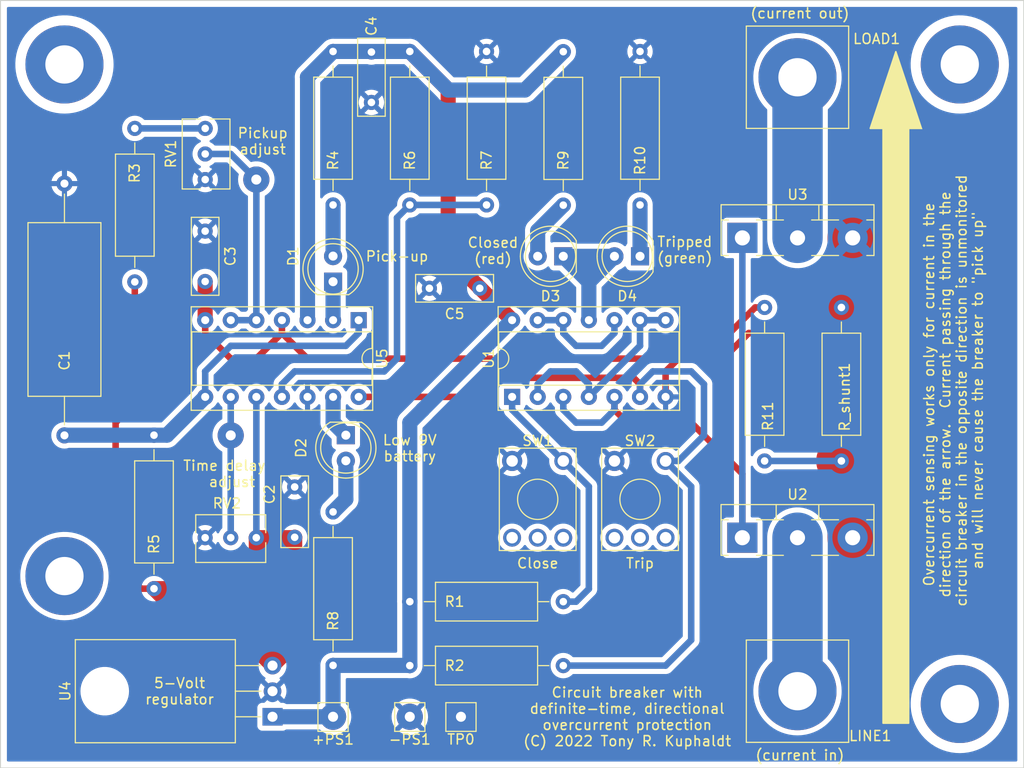
<source format=kicad_pcb>
(kicad_pcb (version 20221018) (generator pcbnew)

  (general
    (thickness 1.6)
  )

  (paper "A4")
  (layers
    (0 "F.Cu" signal)
    (31 "B.Cu" signal)
    (32 "B.Adhes" user "B.Adhesive")
    (33 "F.Adhes" user "F.Adhesive")
    (34 "B.Paste" user)
    (35 "F.Paste" user)
    (36 "B.SilkS" user "B.Silkscreen")
    (37 "F.SilkS" user "F.Silkscreen")
    (38 "B.Mask" user)
    (39 "F.Mask" user)
    (40 "Dwgs.User" user "User.Drawings")
    (41 "Cmts.User" user "User.Comments")
    (42 "Eco1.User" user "User.Eco1")
    (43 "Eco2.User" user "User.Eco2")
    (44 "Edge.Cuts" user)
    (45 "Margin" user)
    (46 "B.CrtYd" user "B.Courtyard")
    (47 "F.CrtYd" user "F.Courtyard")
    (48 "B.Fab" user)
    (49 "F.Fab" user)
    (50 "User.1" user)
    (51 "User.2" user)
    (52 "User.3" user)
    (53 "User.4" user)
    (54 "User.5" user)
    (55 "User.6" user)
    (56 "User.7" user)
    (57 "User.8" user)
    (58 "User.9" user)
  )

  (setup
    (stackup
      (layer "F.SilkS" (type "Top Silk Screen"))
      (layer "F.Paste" (type "Top Solder Paste"))
      (layer "F.Mask" (type "Top Solder Mask") (thickness 0.01))
      (layer "F.Cu" (type "copper") (thickness 0.035))
      (layer "dielectric 1" (type "core") (thickness 1.51) (material "FR4") (epsilon_r 4.5) (loss_tangent 0.02))
      (layer "B.Cu" (type "copper") (thickness 0.035))
      (layer "B.Mask" (type "Bottom Solder Mask") (thickness 0.01))
      (layer "B.Paste" (type "Bottom Solder Paste"))
      (layer "B.SilkS" (type "Bottom Silk Screen"))
      (copper_finish "None")
      (dielectric_constraints no)
    )
    (pad_to_mask_clearance 0)
    (aux_axis_origin 102.87 103.94)
    (pcbplotparams
      (layerselection 0x00010fc_ffffffff)
      (plot_on_all_layers_selection 0x0000000_00000000)
      (disableapertmacros false)
      (usegerberextensions true)
      (usegerberattributes false)
      (usegerberadvancedattributes false)
      (creategerberjobfile false)
      (dashed_line_dash_ratio 12.000000)
      (dashed_line_gap_ratio 3.000000)
      (svgprecision 6)
      (plotframeref false)
      (viasonmask false)
      (mode 1)
      (useauxorigin false)
      (hpglpennumber 1)
      (hpglpenspeed 20)
      (hpglpendiameter 15.000000)
      (dxfpolygonmode true)
      (dxfimperialunits true)
      (dxfusepcbnewfont true)
      (psnegative false)
      (psa4output false)
      (plotreference true)
      (plotvalue false)
      (plotinvisibletext false)
      (sketchpadsonfab false)
      (subtractmaskfromsilk true)
      (outputformat 1)
      (mirror false)
      (drillshape 0)
      (scaleselection 1)
      (outputdirectory "Fab_output_files/")
    )
  )

  (net 0 "")
  (net 1 "Net-(C1-Pad1)")
  (net 2 "GND")
  (net 3 "+5V")
  (net 4 "Net-(D1-Pad1)")
  (net 5 "Net-(D1-Pad2)")
  (net 6 "Net-(D2-Pad1)")
  (net 7 "Net-(D2-Pad2)")
  (net 8 "Net-(D3-Pad1)")
  (net 9 "Net-(D3-Pad2)")
  (net 10 "Net-(D4-Pad1)")
  (net 11 "+9V")
  (net 12 "Net-(R1-Pad2)")
  (net 13 "TRIP")
  (net 14 "Net-(R3-Pad2)")
  (net 15 "Net-(R6-Pad2)")
  (net 16 "SENSE")
  (net 17 "Net-(C3-Pad2)")
  (net 18 "Net-(RV1-Pad2)")
  (net 19 "Net-(RV2-Pad2)")
  (net 20 "Net-(U1-Pad2)")
  (net 21 "Net-(U1-Pad3)")
  (net 22 "Net-(U1-Pad10)")
  (net 23 "LINE")
  (net 24 "LOAD")

  (footprint (layer "F.Cu") (at 121.92 78.74))

  (footprint "Resistor_THT:R_Axial_DIN0411_L9.9mm_D3.6mm_P15.24mm_Horizontal" (layer "F.Cu") (at 172.39 106.68 90))

  (footprint "Package_TO_SOT_THT:TO-218-3_Vertical" (layer "F.Cu") (at 170.18 114.3))

  (footprint (layer "F.Cu") (at 102.87 118.11))

  (footprint "Resistor_THT:R_Axial_DIN0411_L9.9mm_D3.6mm_P15.24mm_Horizontal" (layer "F.Cu") (at 111.76 119.36 90))

  (footprint "Connector_Pin:Pin_D1.4mm_L8.5mm_W2.8mm_FlatFork" (layer "F.Cu") (at 175.655 129.54))

  (footprint "Button_Switch_THT:KSA_Tactile_SPST" (layer "F.Cu") (at 157.48 106.68))

  (footprint "Resistor_THT:R_Axial_DIN0411_L9.9mm_D3.6mm_P15.24mm_Horizontal" (layer "F.Cu") (at 137.16 120.65))

  (footprint (layer "F.Cu") (at 102.87 67.31))

  (footprint "Connector_Pin:Pin_D1.4mm_L8.5mm_W2.8mm_FlatFork" (layer "F.Cu") (at 137.16 132.08))

  (footprint "Connector_Pin:Pin_D1.4mm_L8.5mm_W2.8mm_FlatFork" (layer "F.Cu") (at 175.655 68.58))

  (footprint "Resistor_THT:R_Axial_DIN0411_L9.9mm_D3.6mm_P15.24mm_Horizontal" (layer "F.Cu") (at 129.54 66.02 -90))

  (footprint "Capacitor_THT:C_Disc_D7.5mm_W2.5mm_P5.00mm" (layer "F.Cu") (at 139.105 89.535))

  (footprint "LED_THT:LED_D5.0mm_IRGrey" (layer "F.Cu") (at 152.4 86.36 180))

  (footprint "Potentiometer_THT:Potentiometer_Bourns_3266Y_Vertical" (layer "F.Cu") (at 116.845 73.66 90))

  (footprint "Resistor_THT:R_Axial_DIN0411_L9.9mm_D3.6mm_P15.24mm_Horizontal" (layer "F.Cu") (at 180.015 106.68 90))

  (footprint "Resistor_THT:R_Axial_DIN0411_L9.9mm_D3.6mm_P15.24mm_Horizontal" (layer "F.Cu") (at 137.16 127))

  (footprint "Resistor_THT:R_Axial_DIN0411_L9.9mm_D3.6mm_P15.24mm_Horizontal" (layer "F.Cu") (at 160.02 81.26 90))

  (footprint "Potentiometer_THT:Potentiometer_Bourns_3266Y_Vertical" (layer "F.Cu") (at 121.92 114.3))

  (footprint "Connector_Pin:Pin_D1.4mm_L8.5mm_W2.8mm_FlatFork" (layer "F.Cu") (at 142.24 132.08))

  (footprint (layer "F.Cu") (at 191.77 130.81))

  (footprint "Resistor_THT:R_Axial_DIN0411_L9.9mm_D3.6mm_P15.24mm_Horizontal" (layer "F.Cu") (at 144.78 81.26 90))

  (footprint "LED_THT:LED_D5.0mm_IRGrey" (layer "F.Cu") (at 129.54 88.88 90))

  (footprint "LED_THT:LED_D5.0mm_IRGrey" (layer "F.Cu") (at 160.02 86.36 180))

  (footprint "Resistor_THT:R_Axial_DIN0411_L9.9mm_D3.6mm_P15.24mm_Horizontal" (layer "F.Cu") (at 137.16 66.02 -90))

  (footprint "Resistor_THT:R_Axial_DIN0411_L9.9mm_D3.6mm_P15.24mm_Horizontal" (layer "F.Cu") (at 109.855 88.9 90))

  (footprint "MountingHole:MountingHole_3.7mm_Pad" (layer "F.Cu") (at 191.77 67.31))

  (footprint "Capacitor_THT:C_Disc_D7.5mm_W2.5mm_P5.00mm" (layer "F.Cu") (at 125.73 114.26 90))

  (footprint (layer "F.Cu") (at 119.38 104.14))

  (footprint "Button_Switch_THT:KSA_Tactile_SPST" (layer "F.Cu") (at 147.32 106.68))

  (footprint "Capacitor_THT:C_Axial_L17.0mm_D7.0mm_P25.00mm_Horizontal" (layer "F.Cu") (at 102.87 104.14 90))

  (footprint "Connector_Pin:Pin_D1.4mm_L8.5mm_W2.8mm_FlatFork" (layer "F.Cu") (at 129.54 132.08))

  (footprint "Package_DIP:DIP-14_W7.62mm_Socket" (layer "F.Cu") (at 147.32 100.32 90))

  (footprint "Package_TO_SOT_THT:TO-220-3_Horizontal_TabDown" (layer "F.Cu") (at 123.53 132.08 90))

  (footprint "Resistor_THT:R_Axial_DIN0411_L9.9mm_D3.6mm_P15.24mm_Horizontal" (layer "F.Cu") (at 129.54 126.98 90))

  (footprint "Resistor_THT:R_Axial_DIN0411_L9.9mm_D3.6mm_P15.24mm_Horizontal" (layer "F.Cu") (at 152.4 66.04 -90))

  (footprint "Package_TO_SOT_THT:TO-218-3_Vertical" (layer "F.Cu") (at 170.185 84.53))

  (footprint "LED_THT:LED_D5.0mm_IRGrey" (layer "F.Cu") (at 130.81 104.12 -90))

  (footprint "Capacitor_THT:C_Disc_D7.5mm_W2.5mm_P5.00mm" (layer "F.Cu") (at 116.84 83.86 -90))

  (footprint "Capacitor_THT:C_Disc_D7.5mm_W2.5mm_P5.00mm" (layer "F.Cu") (at 133.35 71.08 90))

  (footprint "Package_DIP:DIP-14_W7.62mm_Socket" (layer "F.Cu") (at 132.085 92.7 -90))

  (gr_rect (start 166.37 128.905) (end 166.37 128.905)
    (stroke (width 0.15) (type solid)) (fill none) (layer "F.SilkS") (tstamp 40301808-2df2-4ad9-a077-57d0b4fecd4c))
  (gr_poly
    (pts
      (xy 187.96 73.66)
      (xy 182.88 73.66)
      (xy 185.42 66.04)
    )

    (stroke (width 0.15) (type solid)) (fill solid) (layer "F.SilkS") (tstamp 4f87ea1a-083b-4d6a-9d41-fc124a20e4f0))
  (gr_rect (start 184.15 73.66) (end 186.69 73.66)
    (stroke (width 0.15) (type solid)) (fill none) (layer "F.SilkS") (tstamp 51e8f46e-627e-4d20-b8c9-0234ad3aa27a))
  (gr_rect (start 184.15 73.025) (end 186.69 132.715)
    (stroke (width 0.15) (type solid)) (fill solid) (layer "F.SilkS") (tstamp 73eec62d-c173-460e-b951-fed163b6cef2))
  (gr_rect (start 166.37 124.46) (end 166.37 124.46)
    (stroke (width 0.15) (type solid)) (fill none) (layer "F.SilkS") (tstamp b1892de2-34c0-4b27-9128-28c1cdc32b57))
  (gr_rect (start 96.52 60.96) (end 198.12 137.16)
    (stroke (width 0.1) (type solid)) (fill none) (layer "Edge.Cuts") (tstamp d359b6f3-acd8-4df4-b4c7-0e2342c73275))
  (gr_text "Low 9V\nbattery" (at 137.16 105.41) (layer "F.SilkS") (tstamp 0079ec65-2f46-4a7c-9010-de824f82a404)
    (effects (font (size 1 1) (thickness 0.15)))
  )
  (gr_text "Time delay\n  adjust" (at 118.745 107.95) (layer "F.SilkS") (tstamp 10a74efe-ff33-49de-a4eb-1b8f85700dca)
    (effects (font (size 1 1) (thickness 0.15)))
  )
  (gr_text "Close" (at 149.86 116.84) (layer "F.SilkS") (tstamp 1ca0f512-b0c3-4ddd-9906-060f102516d3)
    (effects (font (size 1 1) (thickness 0.15)))
  )
  (gr_text "Closed\n(red)" (at 145.415 85.805) (layer "F.SilkS") (tstamp 40984ff7-1bc7-43d4-89db-c4c2932fc739)
    (effects (font (size 1 1) (thickness 0.15)))
  )
  (gr_text "Circuit breaker with\ndefinite-time, directional\novercurrent protection\n(C) 2022 Tony R. Kuphaldt" (at 158.75 132.08) (layer "F.SilkS") (tstamp 5d534866-2834-4e01-8c65-f0a4fb37f3fe)
    (effects (font (size 1 1) (thickness 0.15)))
  )
  (gr_text "(current out)" (at 175.895 62.23) (layer "F.SilkS") (tstamp 6e266ef9-161e-4f19-8392-8a7b1ceae1ca)
    (effects (font (size 1 1) (thickness 0.15)))
  )
  (gr_text "Overcurrent sensing works only for current in the \ndirection of the arrow.  Current passing through the \ncircuit breaker in the opposite direction is unmonitored\nand will never cause the breaker to {dblquote}pick up{dblquote}" (at 191.135 99.695 90) (layer "F.SilkS") (tstamp 713b9810-d224-48e9-a55c-fb1a81eafa63)
    (effects (font (size 1 1) (thickness 0.15)))
  )
  (gr_text "(current in)" (at 175.895 135.89) (layer "F.SilkS") (tstamp 77094dba-2046-48c3-b152-fc69d184561e)
    (effects (font (size 1 1) (thickness 0.15)))
  )
  (gr_text "Trip" (at 160.02 116.84) (layer "F.SilkS") (tstamp 77efb91b-722c-4422-8870-7c7cfd5ef9bc)
    (effects (font (size 1 1) (thickness 0.15)))
  )
  (gr_text "5-Volt\nregulator" (at 114.3 129.54) (layer "F.SilkS") (tstamp 91bec2f9-6cdf-418f-8ebc-bc4e85917885)
    (effects (font (size 1 1) (thickness 0.15)))
  )
  (gr_text "Tripped\n(green)" (at 164.465 85.725) (layer "F.SilkS") (tstamp 99eab661-d2a1-4653-9f7f-d2be806708e1)
    (effects (font (size 1 1) (thickness 0.15)))
  )
  (gr_text "Pickup\nadjust" (at 122.555 74.93) (layer "F.SilkS") (tstamp db9e4976-cae3-45f4-8827-23e8483cd4d1)
    (effects (font (size 1 1) (thickness 0.15)))
  )
  (gr_text "Pick-up" (at 135.89 86.36) (layer "F.SilkS") (tstamp f2c4d3ee-dc13-42ba-a08a-5c31ab00415b)
    (effects (font (size 1 1) (thickness 0.15)))
  )

  (segment (start 116.845 97.795) (end 116.845 100.32) (width 0.65) (layer "B.Cu") (net 1) (tstamp 1ff68f02-4a2d-4874-abf1-53e546ef0bb7))
  (segment (start 132.085 93.975) (end 130.81 95.25) (width 0.65) (layer "B.Cu") (net 1) (tstamp 2c99443e-7f8c-40da-9d66-291a9b0d87d0))
  (segment (start 113.045 104.12) (end 116.845 100.32) (width 1.5) (layer "B.Cu") (net 1) (tstamp 4703ac12-4a1a-4b48-93d7-710c59da3233))
  (segment (start 111.76 104.12) (end 113.045 104.12) (width 1.5) (layer "B.Cu") (net 1) (tstamp 564312ea-09d3-4e18-8f8f-66c1e82e4d56))
  (segment (start 132.085 92.7) (end 132.085 93.975) (width 0.65) (layer "B.Cu") (net 1) (tstamp 8170a7b1-b298-44da-8363-b2ecbf18d2e6))
  (segment (start 102.89 104.12) (end 102.87 104.14) (width 1.5) (layer "B.Cu") (net 1) (tstamp ac7a9753-92bf-4a22-927f-96377e249e86))
  (segment (start 130.81 95.25) (end 119.38 95.25) (width 0.65) (layer "B.Cu") (net 1) (tstamp b31ccf3c-7792-4297-b101-4c2367bb3600))
  (segment (start 119.38 95.25) (end 116.84 97.79) (width 0.65) (layer "B.Cu") (net 1) (tstamp d2df7046-3cc7-4ce0-be76-ece082c13631))
  (segment (start 111.76 104.12) (end 102.89 104.12) (width 1.5) (layer "B.Cu") (net 1) (tstamp d7d96b8d-4f63-42a4-8bc4-0961427b9e8d))
  (segment (start 116.84 97.79) (end 116.845 97.795) (width 0.65) (layer "B.Cu") (net 1) (tstamp f9dfa4b8-da15-48f9-a905-fb50aaaac8f8))
  (segment (start 181.135 90.32) (end 180.015 91.44) (width 5) (layer "F.Cu") (net 2) (tstamp 04ab9a54-c3f9-4feb-a252-ae1bd8dc7c56))
  (segment (start 162.56 97.79) (end 163.83 96.52) (width 0.65) (layer "F.Cu") (net 2) (tstamp 081ca9e6-044f-4b01-81af-8c9d35efb310))
  (segment (start 163.83 96.52) (end 168.275 96.52) (width 0.65) (layer "F.Cu") (net 2) (tstamp 170b3619-5370-48dd-9fa2-544cb3b4dac7))
  (segment (start 177.475 93.98) (end 180.015 91.44) (width 0.65) (layer "F.Cu") (net 2) (tstamp 1917c655-0ebf-4b69-8828-2b36485619e5))
  (segment (start 168.275 96.52) (end 170.815 93.98) (width 0.65) (layer "F.Cu") (net 2) (tstamp 979b09d6-5853-44f6-8049-72f4d698e083))
  (segment (start 181.135 84.53) (end 181.135 90.32) (width 5) (layer "F.Cu") (net 2) (tstamp a5cdb9e9-68ff-402a-95df-b62082e66d9e))
  (segment (start 170.815 93.98) (end 177.475 93.98) (width 0.65) (layer "F.Cu") (net 2) (tstamp a887bbd1-c3d4-4083-b39a-6073409caf57))
  (segment (start 162.56 100.32) (end 162.56 97.79) (width 0.65) (layer "F.Cu") (net 2) (tstamp dd5d8bfd-1982-4329-9c63-881936c50a21))
  (segment (start 123.53 129.88) (end 123.53 129.54) (width 1.5) (layer "B.Cu") (net 2) (tstamp b5cd303e-4f3f-4787-bf4c-7ce399f10317))
  (segment (start 107.95 116.84) (end 107.95 102.87) (width 0.65) (layer "F.Cu") (net 3) (tstamp 0135dba8-9562-41f9-8480-b2f6ea1e5343))
  (segment (start 121.92 120.65) (end 121.92 118.745) (width 1.5) (layer "F.Cu") (net 3) (tstamp 0a673bd1-ce89-4047-9ab7-9dcffe936bc8))
  (segment (start 121.92 114.3) (end 124.46 114.3) (width 1.5) (layer "F.Cu") (net 3) (tstamp 0d66165c-dd61-425d-a961-d6b72fb74d65))
  (segment (start 125.73 124.8) (end 125.73 114.26) (width 1.5) (layer "F.Cu") (net 3) (tstamp 11360296-2c39-43e9-9216-bc21935a020a))
  (segment (start 109.855 88.9) (end 109.855 100.965) (width 0.65) (layer "F.Cu") (net 3) (tstamp 1870e218-c9ac-450a-b673-8a4e56719eb0))
  (segment (start 124.46 124.46) (end 124.46 114.3) (width 1.5) (layer "F.Cu") (net 3) (tstamp 1a07ee05-2573-47ff-ab39-d824e6c83dce))
  (segment (start 123.53 127) (end 123.53 115.91) (width 1.5) (layer "F.Cu") (net 3) (tstamp 1b1c3d8f-a9e9-4192-8865-fad366fba93c))
  (segment (start 118.725 119.36) (end 111.76 119.36) (width 1.5) (layer "F.Cu") (net 3) (tstamp 1b582f37-8b4e-4bdc-bec6-5b472bd59179))
  (segment (start 118.745 119.38) (end 118.725 119.36) (width 1.5) (layer "F.Cu") (net 3) (tstamp 2095b6f9-9302-43ad-9c15-f9deb365e70d))
  (segment (start 113.04 120.64) (end 113.05 120.65) (width 1.5) (layer "F.Cu") (net 3) (tstamp 294602be-24d0-49d2-ba03-ff98370a3cd7))
  (segment (start 113.05 120.65) (end 118.79 120.65) (width 1.5) (layer "F.Cu") (net 3) (tstamp 2a1772dd-2f22-4eda-ac18-942f37d18c30))
  (segment (start 125.69 114.3) (end 125.73 114.26) (width 1.5) (layer "F.Cu") (net 3) (tstamp 2ae80c6f-27b6-4838-aa66-513567e73168))
  (segment (start 123.53 125.39) (end 124.46 124.46) (width 1.5) (layer "F.Cu") (net 3) (tstamp 2e49424c-53f2-44cd-bf59-3fa378d3561c))
  (segment (start 110.47 119.36) (end 107.95 116.84) (width 0.65) (layer "F.Cu") (net 3) (tstamp 3496aa33-1b4b-478e-a278-0214a848ae88))
  (segment (start 114.32 121.92) (end 113.04 120.64) (width 1.5) (layer "F.Cu") (net 3) (tstamp 436b7e29-0b88-4220-ae62-47a98d3cc3be))
  (segment (start 123.53 115.91) (end 121.92 114.3) (width 1.5) (layer "F.Cu") (net 3) (tstamp 478472a9-88a9-4612-8942-9c226bf76183))
  (segment (start 119.38 118.745) (end 120.015 118.745) (width 1.5) (layer "F.Cu") (net 3) (tstamp 563812f3-35fa-41fb-aef1-7c32fc2d03a1))
  (segment (start 121.92 114.3) (end 121.92 116.205) (width 1.5) (layer "F.Cu") (net 3) (tstamp 6afd3e30-21fe-4e0e-bce1-15bf5b815d8d))
  (segment (start 122.555 123.19) (end 122.555 120.65) (width 1.5) (layer "F.Cu") (net 3) (tstamp 71ef4ef4-c5bc-4fa5-893a-f48a677c7b7d))
  (segment (start 121.92 116.205) (end 119.38 118.745) (width 1.5) (layer "F.Cu") (net 3) (tstamp 81d7fd76-5f26-451c-9944-b3f58e4fdf37))
  (segment (start 110.47 119.36) (end 111.76 119.36) (width 0.65) (layer "F.Cu") (net 3) (tstamp 87bdef4a-1c3e-4421-88c8-11b37191ccb0))
  (segment (start 123.53 124.165) (end 123.53 127) (width 1.5) (layer "F.Cu") (net 3) (tstamp 8e81c2ee-9330-4b4d-96b3-a89fccdacb58))
  (segment (start 121.92 118.745) (end 121.285 118.11) (width 1.5) (layer "F.Cu") (net 3) (tstamp 8ff00952-03f3-4008-bce7-12a9f8cf17da))
  (segment (start 124.46 114.3) (end 125.69 114.3) (width 1.5) (layer "F.Cu") (net 3) (tstamp 951ece54-8bcd-4dc5-a306-8b3f2c29872e))
  (segment (start 122.555 123.19) (end 123.53 124.165) (width 1.5) (layer "F.Cu") (net 3) (tstamp a2d69884-7b35-42ee-858b-d47697551c49))
  (segment (start 120.015 118.745) (end 121.92 120.65) (width 1.5) (layer "F.Cu") (net 3) (tstamp a487af87-d3c6-420a-9b93-38b41986950c))
  (segment (start 122.555 120.65) (end 122.555 116.84) (width 1.5) (layer "F.Cu") (net 3) (tstamp a8e429a2-a3c7-4122-b0e8-a4f7a827693a))
  (segment (start 123.53 127) (end 125.73 124.8) (width 1.5) (layer "F.Cu") (net 3) (tstamp bd1d3ac6-745e-4f53-b6e9-684f5febcf6e))
  (segment (start 123.53 127) (end 118.45 121.92) (width 1.5) (layer "F.Cu") (net 3) (tstamp cfaac745-cb1f-4eea-8667-df2af65c121d))
  (segment (start 118.45 121.92) (end 114.32 121.92) (width 1.5) (layer "F.Cu") (net 3) (tstamp e17918fd-622e-441e-8d6f-abc23c4d48b2))
  (segment (start 118.745 119.38) (end 122.555 123.19) (width 1.5) (layer "F.Cu") (net 3) (tstamp e1e3573d-3e77-4cad-887c-413558d6e4b7))
  (segment (start 122.555 116.84) (end 121.92 116.205) (width 1.5) (layer "F.Cu") (net 3) (tstamp e5e989f6-4b72-4025-83da-070d8a7feb85))
  (segment (start 118.79 120.65) (end 123.53 125.39) (width 1.5) (layer "F.Cu") (net 3) (tstamp ed736f5b-d8bd-4475-946d-ca63d144c7a5))
  (segment (start 109.855 100.965) (end 107.95 102.87) (width 0.65) (layer "F.Cu") (net 3) (tstamp f4f9b2cd-2a44-410b-ad88-423ac4639b8e))
  (segment (start 113.04 120.64) (end 111.76 119.36) (width 1.5) (layer "F.Cu") (net 3) (tstamp f5529aff-1c4a-459f-9b68-a07a4b38d4c1))
  (segment (start 119.38 118.745) (end 118.745 119.38) (width 1.5) (layer "F.Cu") (net 3) (tstamp f864c3e7-8e51-4405-b191-059b5c684b7a))
  (segment (start 123.53 127) (end 123.53 125.39) (width 1.5) (layer "F.Cu") (net 3) (tstamp fac6bb84-0bc2-423b-95c8-8491c0a20073))
  (segment (start 121.925 114.295) (end 121.92 114.3) (width 1.5) (layer "B.Cu") (net 3) (tstamp 08da5962-f481-415f-b518-19af0dd4cf3e))
  (segment (start 121.925 100.32) (end 121.925 114.295) (width 0.65) (layer "B.Cu") (net 3) (tstamp e33372c6-fd72-4123-b504-933f1f4d0bdf))
  (segment (start 129.54 88.88) (end 129.54 92.695) (width 1.5) (layer "B.Cu") (net 4) (tstamp f59013da-0599-4c47-be39-841566ca37f6))
  (segment (start 129.54 92.695) (end 129.545 92.7) (width 1.5) (layer "B.Cu") (net 4) (tstamp fa5baa50-4056-468d-bbe9-3692a2aeb349))
  (segment (start 129.54 81.26) (end 129.54 86.34) (width 1.5) (layer "B.Cu") (net 5) (tstamp b867c36f-0c3e-4c36-a081-e3ebc9e7ded8))
  (segment (start 129.545 102.855) (end 130.81 104.12) (width 1.5) (layer "B.Cu") (net 6) (tstamp 0519b82b-8d94-49eb-8f23-1cd96e367eaa))
  (segment (start 129.545 100.32) (end 129.545 102.855) (width 1.5) (layer "B.Cu") (net 6) (tstamp a6efe2fc-8512-4039-88fa-5871cfbcfd24))
  (segment (start 130.79 110.49) (end 130.81 110.49) (width 1.5) (layer "B.Cu") (net 7) (tstamp 57700ff8-a1ad-4fe7-82ac-d63fa66fa381))
  (segment (start 130.81 110.49) (end 130.81 106.66) (width 1.5) (layer "B.Cu") (net 7) (tstamp 915e60d1-1c22-4b03-9c86-c2035df49e1e))
  (segment (start 129.54 111.74) (end 130.79 110.49) (width 1.5) (layer "B.Cu") (net 7) (tstamp b0011f88-e730-45b7-a5ac-5e32d07ae551))
  (segment (start 153.67 87.63) (end 155.575 87.63) (width 1.5) (layer "B.Cu") (net 8) (tstamp 21e7e32d-420c-44a6-bb94-736d31ce8fa8))
  (segment (start 154.94 92.7) (end 154.94 88.9) (width 1.5) (layer "B.Cu") (net 8) (tstamp 2c31d1fe-f343-4de7-802f-0ed4abaa208d))
  (segment (start 155.575 87.63) (end 155.8925 87.9475) (width 1.5) (layer "B.Cu") (net 8) (tstamp 2c657868-7a6f-46ac-997d-5244e1f28453))
  (segment (start 153.67 87.63) (end 154.94 88.9) (width 1.5) (layer "B.Cu") (net 8) (tstamp 6e4803da-8d20-4c63-a333-c1a5f9872f7b))
  (segment (start 155.8925 87.9475) (end 157.48 86.36) (width 1.5) (layer "B.Cu") (net 8) (tstamp b4f965f1-4bcf-44e8-becf-025ad7f3f853))
  (segment (start 152.4 86.36) (end 157.48 86.36) (width 1.5) (layer "B.Cu") (net 8) (tstamp c345ec81-b3a6-4314-b1bc-0116e1f45658))
  (segment (start 154.94 88.9) (end 155.8925 87.9475) (width 1.5) (layer "B.Cu") (net 8) (tstamp c573d34a-361f-48ce-ac97-e35d8d2c9d2f))
  (segment (start 152.4 86.36) (end 153.67 87.63) (width 1.5) (layer "B.Cu") (net 8) (tstamp d1c696d8-b720-45b9-94f8-f072a387ccf9))
  (segment (start 152.4 81.28) (end 149.86 83.82) (width 1.5) (layer "B.Cu") (net 9) (tstamp 5b293677-63c7-494e-90ca-9b70c037d49e))
  (segment (start 149.86 83.82) (end 149.86 86.36) (width 1.5) (layer "B.Cu") (net 9) (tstamp 7d7ddc71-022a-495c-9163-98fc9cd9a77a))
  (segment (start 160.02 81.26) (end 160.02 86.36) (width 1.5) (layer "B.Cu") (net 10) (tstamp fe367e4f-80b6-4354-96f2-069940bafa4f))
  (segment (start 147.32 92.7) (end 140.98 86.36) (width 1.5) (layer "F.Cu") (net 11) (tstamp 22c065ae-0130-4675-9dc6-46845645b8b2))
  (segment (start 140.97 69.83) (end 137.16 66.02) (width 1.5) (layer "F.Cu") (net 11) (tstamp 48824819-8be5-4059-bc57-9e52804127b4))
  (segment (start 140.98 86.36) (end 140.97 86.36) (width 1.5) (layer "F.Cu") (net 11) (tstamp e1e3002e-fd15-4ff4-a104-97e4db762052))
  (segment (start 140.97 86.36) (end 140.97 83.82) (width 1.5) (layer "F.Cu") (net 11) (tstamp e8c6bbe8-c223-4e40-8f56-9b83c2fbe8cb))
  (segment (start 140.97 83.82) (end 140.97 69.83) (width 1.5) (layer "F.Cu") (net 11) (tstamp f492e04a-d9ab-4f89-8847-666adff1bc1d))
  (segment (start 127 68.58) (end 127 68.56) (width 1.5) (layer "B.Cu") (net 11) (tstamp 0733b3be-dfe2-4cf6-8e89-0ed7bf2b0543))
  (segment (start 129.54 66.02) (end 137.16 66.02) (width 1.5) (layer "B.Cu") (net 11) (tstamp 0b62f3f8-b522-4c73-acb6-119364d50e64))
  (segment (start 140.97 69.85) (end 148.59 69.85) (width 1.5) (layer "B.Cu") (net 11) (tstamp 1afd001e-22f7-416e-ad20-caafc2ad4737))
  (segment (start 127 68.56) (end 129.54 66.02) (width 1.5) (layer "B.Cu") (net 11) (tstamp 201b67e5-776e-4484-8651-e8aa3dc61f8e))
  (segment (start 127.005 92.7) (end 127.005 68.585) (width 1.5) (layer "B.Cu") (net 11) (tstamp 268186af-3162-4684-900b-5e564c23ac34))
  (segment (start 137.16 102.87) (end 138.43 101.6) (width 1.5) (layer "B.Cu") (net 11) (tstamp 30aa653d-49ec-428a-abc4-4c6796f81543))
  (segment (start 137.16 66.02) (end 140.97 69.83) (width 1.5) (layer "B.Cu") (net 11) (tstamp 5aa31962-3c05-4acd-b92c-9ef240ba80d0))
  (segment (start 138.43 101.6) (end 138.43 101.59) (width 1.5) (layer "B.Cu") (net 11) (tstamp 82876412-40f9-4840-81cb-afc3d2295106))
  (segment (start 137.165 127) (end 137.165 120.655) (width 1.5) (layer "B.Cu") (net 11) (tstamp 8f69de7a-ebdf-4830-9312-20cec44fc3e1))
  (segment (start 148.59 69.85) (end 152.4 66.04) (width 1.5) (layer "B.Cu") (net 11) (tstamp 9088be1f-ee5a-4444-9e08-018568d7c250))
  (segment (start 140.97 69.83) (end 140.97 69.85) (width 1.5) (layer "B.Cu") (net 11) (tstamp 92784e94-5c38-4ebc-bdc1-4bae1f24975d))
  (segment (start 137.16 120.65) (end 137.16 102.87) (width 1.5) (layer "B.Cu") (net 11) (tstamp 96a23b2a-fbe6-47b6-b600-a8d99a6504ff))
  (segment (start 137.165 120.655) (end 137.16 120.65) (width 1.5) (layer "B.Cu") (net 11) (tstamp a6e969d6-13f4-440c-8e15-ca09ca1dc601))
  (segment (start 137.145 126.98) (end 137.165 127) (width 1.5) (layer "B.Cu") (net 11) (tstamp b25c525a-adc3-411d-8ee7-ec84b984612f))
  (segment (start 129.54 132.08) (end 123.53 132.08) (width 1.5) (layer "B.Cu") (net 11) (tstamp b25f61f5-ada4-426d-8609-04520e9dba07))
  (segment (start 129.54 132.08) (end 129.54 126.98) (width 1.5) (layer "B.Cu") (net 11) (tstamp c5f261ad-e048-411e-9c48-df117a8cb57f))
  (segment (start 127.005 68.585) (end 127 68.58) (width 1.5) (layer "B.Cu") (net 11) (tstamp c8e4aaa4-c7cd-4994-9fd5-d97ef21b00c8))
  (segment (start 138.43 101.59) (end 147.32 92.7) (width 1.5) (layer "B.Cu") (net 11) (tstamp d8b7f7d0-d900-4b0e-aa4d-319b092f4c24))
  (segment (start 129.54 126.98) (end 137.145 126.98) (width 1.5) (layer "B.Cu") (net 11) (tstamp e6e76984-2e05-4755-b5c7-796e84fa2989))
  (segment (start 154.94 109.22) (end 152.4 106.68) (width 0.65) (layer "B.Cu") (net 12) (tstamp 113241af-5267-42ac-bf4d-60271551be16))
  (segment (start 154.94 119.38) (end 154.94 109.22) (width 0.65) (layer "B.Cu") (net 12) (tstamp 5c05436b-88c2-4461-af52-c8bc1e9b9d1e))
  (segment (start 147.32 101.6) (end 147.32 100.32) (width 0.65) (layer "B.Cu") (net 12) (tstamp 6cdd2419-51a6-4856-9e82-b425633784e7))
  (segment (start 153.67 120.65) (end 154.94 119.38) (width 0.65) (layer "B.Cu") (net 12) (tstamp 75652c60-1156-4755-852b-8f3fb41a4921))
  (segment (start 152.4 106.68) (end 147.32 101.6) (width 0.65) (layer "B.Cu") (net 12) (tstamp cbba6b03-9753-463d-9481-628ef191929a))
  (segment (start 152.4 120.65) (end 153.67 120.65) (width 0.65) (layer "B.Cu") (net 12) (tstamp d36c249c-8087-4f6f-9685-666aa86bf7b2))
  (segment (start 159.385 98.425) (end 160.02 99.06) (width 0.65) (layer "F.Cu") (net 13) (tstamp 22aa61a0-026c-4148-bdd6-9347f0964513))
  (segment (start 143.5 100.32) (end 143.51 100.33) (width 0.65) (layer "F.Cu") (net 13) (tstamp 64c5bfa0-7cea-4008-a1fe-d97da9f11dcf))
  (segment (start 145.415 98.425) (end 159.385 98.425) (width 0.65) (layer "F.Cu") (net 13) (tstamp 81b37873-b2f5-4429-ae45-cc2925a0c534))
  (segment (start 160.02 99.06) (end 160.02 100.32) (width 0.65) (layer "F.Cu") (net 13) (tstamp 9020bca0-f1c7-48ca-9650-f5649d98fe63))
  (segment (start 143.51 100.33) (end 145.415 98.425) (width 0.65) (layer "F.Cu") (net 13) (tstamp 9a5eecc7-52ad-44e8-8d8e-2c6e15499fcf))
  (segment (start 132.085 100.32) (end 143.5 100.32) (width 0.65) (layer "F.Cu") (net 13) (tstamp ce6a53dd-26ee-4b10-a0ea-d50d5c7ad6fc))
  (segment (start 160.02 99.06) (end 161.29 97.79) (width 0.65) (layer "B.Cu") (net 13) (tstamp 2132595c-788f-4f2a-bbcb-2c070d67175c))
  (segment (start 165.1 97.79) (end 166.37 99.06) (width 0.65) (layer "B.Cu") (net 13) (tstamp 219ee39e-a600-42f7-9464-214ad17133e2))
  (segment (start 163.83 106.68) (end 162.56 106.68) (width 0.65) (layer "B.Cu") (net 13) (tstamp 358bda7d-7f5e-4c8c-826f-22df829b251f))
  (segment (start 165.1 124.46) (end 162.56 127) (width 0.65) (layer "B.Cu") (net 13) (tstamp 51f75d15-ee3d-4b18-bc7b-5532de74a762))
  (segment (start 160.02 100.32) (end 160.02 99.06) (width 0.65) (layer "B.Cu") (net 13) (tstamp 5488b954-392d-457f-a256-de3cdd9fd873))
  (segment (start 161.29 97.79) (end 165.1 97.79) (width 0.65) (layer "B.Cu") (net 13) (tstamp 58318f7e-c006-4e12-98da-d3e7d327c9a3))
  (segment (start 165.1 109.22) (end 165.1 124.46) (width 0.65) (layer "B.Cu") (net 13) (tstamp 5cf9bc34-3e02-4676-8a29-bc8566c9e295))
  (segment (start 162.56 106.68) (end 165.1 109.22) (width 0.65) (layer "B.Cu") (net 13) (tstamp 6fa01b40-ee12-4fdd-9792-ecdb78481290))
  (segment (start 162.56 127) (end 152.405 127) (width 0.65) (layer "B.Cu") (net 13) (tstamp d2319368-997e-4202-956c-de1507d52789))
  (segment (start 166.37 99.06) (end 166.37 104.14) (width 0.65) (layer "B.Cu") (net 13) (tstamp e558c4bc-9a01-44ae-8bfd-99d0a11e16e8))
  (segment (start 166.37 104.14) (end 163.83 106.68) (width 0.65) (layer "B.Cu") (net 13) (tstamp ee3f1241-482f-4c4a-b232-4997182e24a6))
  (segment (start 109.855 73.66) (end 116.845 73.66) (width 0.65) (layer "B.Cu") (net 14) (tstamp 60d9321f-015a-4470-80fe-7d9f2b1a69cb))
  (segment (start 124.46 99.06) (end 125.73 97.79) (width 0.65) (layer "B.Cu") (net 15) (tstamp 3227dd24-1d8f-4d6c-8639-6361af7f16a2))
  (segment (start 135.89 96.52) (end 135.89 82.53) (width 0.65) (layer "B.Cu") (net 15) (tstamp 679562f5-bd82-4056-9b20-2a37fcdd4c01))
  (segment (start 135.89 82.53) (end 137.16 81.26) (width 0.65) (layer "B.Cu") (net 15) (tstamp 79aeb90b-f4d1-45a9-a64c-c311966e7023))
  (segment (start 125.73 97.79) (end 134.62 97.79) (width 0.65) (layer "B.Cu") (net 15) (tstamp ada837db-5b7f-481f-bc03-3329950f3208))
  (segment (start 124.465 100.32) (end 124.465 99.065) (width 0.65) (layer "B.Cu") (net 15) (tstamp cc5d25f8-00f2-4cd3-8431-ec6316623d7f))
  (segment (start 134.62 97.79) (end 135.89 96.52) (width 0.65) (layer "B.Cu") (net 15) (tstamp d8ba4fb4-8b51-4b84-99fc-8d28012a5d06))
  (segment (start 124.465 99.065) (end 124.46 99.06) (width 0.65) (layer "B.Cu") (net 15) (tstamp e792ecec-12f5-49f6-b9cc-dcc2118e3375))
  (segment (start 137.16 81.26) (end 144.78 81.26) (width 0.65) (layer "B.Cu") (net 15) (tstamp faa3f066-a98a-4b80-b6c4-8409cc29ac67))
  (segment (start 181.13 114.3) (end 181.13 107.795) (width 5) (layer "F.Cu") (net 16) (tstamp 1d5774fa-08d8-4620-906d-4ad932b31752))
  (segment (start 181.13 107.795) (end 180.015 106.68) (width 5) (layer "F.Cu") (net 16) (tstamp 575859e8-fc43-4e03-b84d-7260c9efa260))
  (segment (start 172.39 106.68) (end 180.015 106.68) (width 0.65) (layer "B.Cu") (net 16) (tstamp 62d82adb-0a9b-4f2a-8b61-21918aa3ff10))
  (segment (start 171.45 91.44) (end 172.39 91.44) (width 0.65) (layer "F.Cu") (net 17) (tstamp 04a1578c-ec57-469f-9f07-79f11b9b9a3e))
  (segment (start 127 96.52) (end 125.73 95.25) (width 0.65) (layer "F.Cu") (net 17) (tstamp 385eb125-02d1-423e-9f83-fcbe558504cd))
  (segment (start 116.84 92.695) (end 116.845 92.7) (width 1.5) (layer "F.Cu") (net 17) (tstamp 40e28c7b-971a-4422-9661-64e9e6e12dfb))
  (segment (start 124.465 92.7) (end 124.465 93.975) (width 0.65) (layer "F.Cu") (net 17) (tstamp 477078c8-022f-4858-8e7e-117698bfc655))
  (segment (start 125.73 95.24) (end 125.73 95.25) (width 0.65) (layer "F.Cu") (net 17) (tstamp 549289ca-8d3f-4d86-9db0-4493c869da77))
  (segment (start 116.84 88.86) (end 116.84 92.695) (width 1.5) (layer "F.Cu") (net 17) (tstamp 5f226e9c-8d6a-4fa4-84a9-e32ab043723c))
  (segment (start 160.655 96.52) (end 127 96.52) (width 0.65) (layer "F.Cu") (net 17) (tstamp 6c097d09-19a2-4713-95ef-472b55421bc8))
  (segment (start 161.925 95.25) (end 160.655 96.52) (width 0.65) (layer "F.Cu") (net 17) (tstamp 70b703d8-02c2-4b8f-8cae-0f02790d3667))
  (segment (start 119.38 96.52) (end 116.84 93.98) (width 0.65) (layer "F.Cu") (net 17) (tstamp 8909cbd5-8512-4995-ac13-77395195a52b))
  (segment (start 124.465 93.975) (end 121.92 96.52) (width 0.65) (layer "F.Cu") (net 17) (tstamp 94f30bcb-edff-4ee3-929d-0b19ffa9f66e))
  (segment (start 167.64 95.25) (end 161.925 95.25) (width 0.65) (layer "F.Cu") (net 17) (tstamp a92ce85e-f4b8-4b9a-9fcc-901ddce79197))
  (segment (start 121.92 96.52) (end 119.38 96.52) (width 0.65) (layer "F.Cu") (net 17) (tstamp b2bde044-4ad5-483a-a63b-5c8a4a3a162f))
  (segment (start 167.64 95.25) (end 171.45 91.44) (width 0.65) (layer "F.Cu") (net 17) (tstamp c5dd0c73-88c0-4034-8b20-fb234d205494))
  (segment (start 116.845 93.975) (end 116.845 92.7) (width 0.65) (layer "F.Cu") (net 17) (tstamp c9aaa210-7aa9-48b4-844f-f4dfa996cbfb))
  (segment (start 124.465 93.975) (end 125.73 95.24) (width 0.65) (layer "F.Cu") (net 17) (tstamp e77609a1-b96a-44d0-8682-0308b96836da))
  (segment (start 116.84 93.98) (end 116.845 93.975) (width 0.65) (layer "F.Cu") (net 17) (tstamp f0d38d4e-e3c2-49fb-aa3e-d4b51c3f2017))
  (segment (start 121.925 92.7) (end 121.925 78.745) (width 0.65) (layer "B.Cu") (net 18) (tstamp 05399e95-d7b0-4ec4-b3cc-d0a2305cff8b))
  (segment (start 119.385 92.7) (end 121.925 92.7) (width 0.65) (layer "B.Cu") (net 18) (tstamp 184cca08-ce15-42cf-b490-a02c231110ff))
  (segment (start 119.38 76.2) (end 116.845 76.2) (width 0.65) (layer "B.Cu") (net 18) (tstamp 5319328b-85d7-4521-9750-d3a5ea569720))
  (segment (start 121.925 78.745) (end 119.38 76.2) (width 0.65) (layer "B.Cu") (net 18) (tstamp 9aa4efe0-3604-4c54-9d71-f87c19f31150))
  (segment (start 119.38 100.325) (end 119.385 100.32) (width 1.5) (layer "B.Cu") (net 19) (tstamp 77348edb-627a-4f09-b3f2-2d971a719bfa))
  (segment (start 119.38 114.3) (end 119.38 100.325) (width 0.65) (layer "B.Cu") (net 19) (tstamp 88991671-04a4-46c6-89f9-419adac6befe))
  (segment (start 149.86 99.06) (end 151.13 97.79) (width 0.65) (layer "B.Cu") (net 20) (tstamp 064cce5f-66e3-49a5-85c0-efadbf3996c4))
  (segment (start 149.86 100.32) (end 149.86 99.06) (width 0.65) (layer "B.Cu") (net 20) (tstamp 204dfe5a-3573-43aa-abac-5961ed7e0868))
  (segment (start 154.94 100.32) (end 160.01 95.25) (width 0.65) (layer "B.Cu") (net 20) (tstamp 3ef4edad-41f9-4064-ba7e-1b2ff338e4e1))
  (segment (start 160.02 92.7) (end 162.56 92.7) (width 0.65) (layer "B.Cu") (net 20) (tstamp 5bb4bbcb-fc0a-4251-9d49-731ff01e4158))
  (segment (start 151.13 97.79) (end 153.67 97.79) (width 0.65) (layer "B.Cu") (net 20) (tstamp 767d97d9-ff4f-48aa-a7e4-918d008437f3))
  (segment (start 160.01 95.25) (end 160.02 95.25) (width 0.65) (layer "B.Cu") (net 20) (tstamp 9621a2c0-9b50-45ba-9d6b-67df43ec4a5f))
  (segment (start 153.67 97.79) (end 154.94 99.06) (width 0.65) (layer "B.Cu") (net 20) (tstamp a3126a90-ff7a-4d0b-8a86-31c8858bdc24))
  (segment (start 160.02 95.25) (end 160.02 92.7) (width 0.65) (layer "B.Cu") (net 20) (tstamp ac7dda76-8068-4497-a6cd-e6d83f4e98fc))
  (segment (start 154.94 99.06) (end 154.94 100.32) (width 0.65) (layer "B.Cu") (net 20) (tstamp b7fd4f72-15d5-4529-a169-04b207af8371))
  (segment (start 165.1 102.87) (end 158.75 102.87) (width 0.65) (layer "F.Cu") (net 21) (tstamp 7fa7ad41-40ec-4779-916e-4cb59e06b71d))
  (segment (start 157.48 101.6) (end 157.48 100.32) (width 0.65) (layer "F.Cu") (net 21) (tstamp a5bf3844-1fe2-4250-9b57-6d83e7e33bb4))
  (segment (start 170.18 114.3) (end 170.18 107.95) (width 0.65) (layer "F.Cu") (net 21) (tstamp d434b93d-ce16-4f88-81a2-8cc5c8047751))
  (segment (start 158.75 102.87) (end 157.48 101.6) (width 0.65) (layer "F.Cu") (net 21) (tstamp e9cee64c-e111-41b9-b8e4-00ec91465f63))
  (segment (start 170.18 107.95) (end 165.1 102.87) (width 0.65) (layer "F.Cu") (net 21) (tstamp f13f298b-4cd0-4a46-b281-b32b541938a1))
  (segment (start 170.18 84.535) (end 170.185 84.53) (width 1.5) (layer "B.Cu") (net 21) (tstamp 075c1f83-c792-4df4-afaa-d884a035b951))
  (segment (start 170.18 114.3) (end 170.18 84.535) (width 0.65) (layer "B.Cu") (net 21) (tstamp 85ae2d0a-04a9-4100-9418-d0684f10bc94))
  (segment (start 156.21 102.87) (end 157.48 101.6) (width 0.65) (layer "B.Cu") (net 21) (tstamp 9d809d4b-d6e9-431a-806d-da5390a5519d))
  (segment (start 153.67 102.87) (end 156.21 102.87) (width 0.65) (layer "B.Cu") (net 21) (tstamp a971a598-eb76-4f32-8174-f5207336e65b))
  (segment (start 152.4 101.6) (end 153.67 102.87) (width 0.65) (layer "B.Cu") (net 21) (tstamp bc65e1fc-7664-49e9-8933-b9b969ec3131))
  (segment (start 152.4 100.32) (end 152.4 101.6) (width 0.65) (layer "B.Cu") (net 21) (tstamp c2b2d97a-6d0d-487f-b332-149efed487d0))
  (segment (start 157.48 101.6) (end 157.48 100.32) (width 0.65) (layer "B.Cu") (net 21) (tstamp d546c84e-50e1-4133-a18d-41e59b36b45c))
  (segment (start 149.86 92.7) (end 152.4 92.7) (width 0.65) (layer "B.Cu") (net 22) (tstamp 044cb26e-1e07-43c6-bb2f-0f4c2d810805))
  (segment (start 152.4 92.7) (end 152.4 93.98) (width 0.65) (layer "B.Cu") (net 22) (tstamp 05542792-140c-492c-9180-ceee6c4d5e8d))
  (segment (start 157.48 93.98) (end 157.48 92.7) (width 0.65) (layer "B.Cu") (net 22) (tstamp 445ac266-3fb0-4997-a370-ef1b20ca9f57))
  (segment (start 153.67 95.25) (end 156.21 95.25) (width 0.65) (layer "B.Cu") (net 22) (tstamp 4b20982a-f986-4612-9599-755d53afbec3))
  (segment (start 152.4 93.98) (end 153.67 95.25) (width 0.65) (layer "B.Cu") (net 22) (tstamp 7ecd8b76-e493-42f2-8119-3cec99377ee6))
  (segment (start 156.21 95.25) (end 157.48 93.98) (width 0.65) (layer "B.Cu") (net 22) (tstamp 82c09cbe-7ab8-4d17-bb0f-7be31dceea3b))
  (segment (start 175.655 114.3) (end 175.655 129.54) (width 5) (layer "B.Cu") (net 23) (tstamp a3877249-dea0-4c13-8579-68a14d1842d3))
  (segment (start 175.66 68.585) (end 175.655 68.58) (width 1.5) (layer "B.Cu") (net 24) (tstamp 35cc67ef-2993-43c2-9b1b-eca7e5dd8fe1))
  (segment (start 175.66 84.53) (end 175.66 68.585) (width 5) (layer "B.Cu") (net 24) (tstamp 48b33f75-2fc9-478a-95cf-84078875590d))

  (zone (net 2) (net_name "GND") (layer "B.Cu") (tstamp 02ee5b54-7b88-4633-ae62-0beb6836926c) (hatch full 0.508)
    (connect_pads (clearance 0.508))
    (min_thickness 0.254) (filled_areas_thickness no)
    (fill yes (thermal_gap 0.508) (thermal_bridge_width 0.508))
    (polygon
      (pts
        (xy 197.485 136.525)
        (xy 97.155 136.525)
        (xy 97.155 61.595)
        (xy 197.485 61.595)
      )
    )
    (filled_polygon
      (layer "B.Cu")
      (pts
        (xy 197.427121 61.615002)
        (xy 197.473614 61.668658)
        (xy 197.485 61.721)
        (xy 197.485 136.399)
        (xy 197.464998 136.467121)
        (xy 197.411342 136.513614)
        (xy 197.359 136.525)
        (xy 97.281 136.525)
        (xy 97.212879 136.504998)
        (xy 97.166386 136.451342)
        (xy 97.155 136.399)
        (xy 97.155 133.003134)
        (xy 122.0215 133.003134)
        (xy 122.028255 133.065316)
        (xy 122.079385 133.201705)
        (xy 122.166739 133.318261)
        (xy 122.283295 133.405615)
        (xy 122.419684 133.456745)
        (xy 122.481866 133.4635)
        (xy 124.578134 133.4635)
        (xy 124.640316 133.456745)
        (xy 124.776705 133.405615)
        (xy 124.78389 133.40023)
        (xy 124.783892 133.400229)
        (xy 124.832667 133.363674)
        (xy 124.899174 133.338826)
        (xy 124.908232 133.3385)
        (xy 128.188704 133.3385)
        (xy 128.256825 133.358502)
        (xy 128.277406 133.375013)
        (xy 128.36218 133.45905)
        (xy 128.365942 133.461808)
        (xy 128.365945 133.461811)
        (xy 128.574609 133.614809)
        (xy 128.578954 133.617995)
        (xy 128.583089 133.620171)
        (xy 128.583093 133.620173)
        (xy 128.812698 133.740975)
        (xy 128.81684 133.743154)
        (xy 129.070613 133.831775)
        (xy 129.075206 133.832647)
        (xy 129.330109 133.881042)
        (xy 129.330112 133.881042)
        (xy 129.334698 133.881913)
        (xy 129.46237 133.886929)
        (xy 129.598625 133.892283)
        (xy 129.59863 133.892283)
        (xy 129.603293 133.892466)
        (xy 129.707607 133.881042)
        (xy 129.865844 133.863713)
        (xy 129.86585 133.863712)
        (xy 129.870497 133.863203)
        (xy 129.875021 133.862012)
        (xy 130.125918 133.795956)
        (xy 130.12592 133.795955)
        (xy 130.130441 133.794765)
        (xy 130.227044 133.753261)
        (xy 130.37312 133.690502)
        (xy 130.373122 133.690501)
        (xy 130.377414 133.688657)
        (xy 130.592678 133.555448)
        (xy 130.602017 133.549669)
        (xy 130.602021 133.549666)
        (xy 130.60599 133.54721)
        (xy 130.632337 133.524906)
        (xy 136.079839 133.524906)
        (xy 136.088553 133.536427)
        (xy 136.195452 133.614809)
        (xy 136.203351 133.619745)
        (xy 136.432905 133.740519)
        (xy 136.441454 133.744236)
        (xy 136.686327 133.829749)
        (xy 136.695336 133.832163)
        (xy 136.950166 133.880544)
        (xy 136.959423 133.881598)
        (xy 137.218607 133.891783)
        (xy 137.227921 133.891457)
        (xy 137.485753 133.86322)
        (xy 137.49493 133.861519)
        (xy 137.745758 133.795481)
        (xy 137.754574 133.792445)
        (xy 137.99288 133.690062)
        (xy 138.001167 133.685748)
        (xy 138.221718 133.549266)
        (xy 138.229268 133.54378)
        (xy 138.234559 133.539301)
        (xy 138.242997 133.526497)
        (xy 138.236935 133.516145)
        (xy 137.172812 132.452022)
        (xy 137.158868 132.444408)
        (xy 137.157035 132.444539)
        (xy 137.15042 132.44879)
        (xy 136.086497 133.512713)
        (xy 136.079839 133.524906)
        (xy 130.632337 133.524906)
        (xy 130.811149 133.37353)
        (xy 130.988382 133.171434)
        (xy 130.995631 133.160165)
        (xy 131.131269 132.949291)
        (xy 131.133797 132.945361)
        (xy 131.244199 132.700278)
        (xy 131.317163 132.441568)
        (xy 131.351086 132.174915)
        (xy 131.35117 132.171733)
        (xy 131.352602 132.116996)
        (xy 131.353571 132.08)
        (xy 131.350391 132.037211)
        (xy 135.347775 132.037211)
        (xy 135.36022 132.296288)
        (xy 135.361356 132.305543)
        (xy 135.411961 132.559945)
        (xy 135.414449 132.568917)
        (xy 135.502095 132.813033)
        (xy 135.505895 132.821568)
        (xy 135.628658 133.050042)
        (xy 135.633666 133.057904)
        (xy 135.70372 133.151716)
        (xy 135.714979 133.160165)
        (xy 135.727397 133.153393)
        (xy 136.787978 132.092812)
        (xy 136.794356 132.081132)
        (xy 137.524408 132.081132)
        (xy 137.524539 132.082965)
        (xy 137.52879 132.08958)
        (xy 138.596094 133.156884)
        (xy 138.608474 133.163644)
        (xy 138.616815 133.1574)
        (xy 138.750832 132.949048)
        (xy 138.755275 132.940864)
        (xy 138.861807 132.70437)
        (xy 138.864997 132.695605)
        (xy 138.935402 132.445972)
        (xy 138.937262 132.43683)
        (xy 138.970187 132.178019)
        (xy 138.970668 132.171733)
        (xy 138.972987 132.08316)
        (xy 138.972836 132.076851)
        (xy 138.953501 131.816663)
        (xy 138.952125 131.807457)
        (xy 138.894878 131.554467)
        (xy 138.892154 131.545556)
        (xy 138.798143 131.303806)
        (xy 138.794132 131.295397)
        (xy 138.665422 131.070202)
        (xy 138.660211 131.062476)
        (xy 138.616996 131.007658)
        (xy 138.605071 130.999187)
        (xy 138.593537 131.005673)
        (xy 137.532022 132.067188)
        (xy 137.524408 132.081132)
        (xy 136.794356 132.081132)
        (xy 136.795592 132.078868)
        (xy 136.795461 132.077035)
        (xy 136.79121 132.07042)
        (xy 135.725816 131.005026)
        (xy 135.712507 130.997758)
        (xy 135.702472 131.004878)
        (xy 135.686937 131.023556)
        (xy 135.681531 131.031135)
        (xy 135.546965 131.252891)
        (xy 135.542736 131.261192)
        (xy 135.442432 131.500389)
        (xy 135.439471 131.509239)
        (xy 135.375628 131.760625)
        (xy 135.374006 131.769822)
        (xy 135.34802 132.027885)
        (xy 135.347775 132.037211)
        (xy 131.350391 132.037211)
        (xy 131.33365 131.811937)
        (xy 131.332619 131.807379)
        (xy 131.275361 131.554331)
        (xy 131.27536 131.554326)
        (xy 131.274327 131.549763)
        (xy 131.176902 131.299238)
        (xy 131.043518 131.065864)
        (xy 131.014676 131.029277)
        (xy 130.958718 130.958295)
        (xy 130.877105 130.854769)
        (xy 130.838167 130.81814)
        (xy 130.802255 130.756896)
        (xy 130.7985 130.726365)
        (xy 130.7985 130.632689)
        (xy 136.077102 130.632689)
        (xy 136.081675 130.642465)
        (xy 137.147188 131.707978)
        (xy 137.161132 131.715592)
        (xy 137.162965 131.715461)
        (xy 137.16958 131.71121)
        (xy 138.234349 130.646441)
        (xy 138.240733 130.634751)
        (xy 138.231321 130.622641)
        (xy 138.084045 130.520471)
        (xy 138.07601 130.515738)
        (xy 137.843376 130.401016)
        (xy 137.834743 130.397528)
        (xy 137.587703 130.31845)
        (xy 137.578643 130.316274)
        (xy 137.32263 130.27458)
        (xy 137.313343 130.273768)
        (xy 137.053992 130.270373)
        (xy 137.044681 130.270943)
        (xy 136.787682 130.305919)
        (xy 136.778546 130.30786)
        (xy 136.529543 130.380439)
        (xy 136.5208 130.383707)
        (xy 136.285252 130.492296)
        (xy 136.277097 130.496816)
        (xy 136.08624 130.621947)
        (xy 136.077102 130.632689)
        (xy 130.7985 130.632689)
        (xy 130.7985 129.402155)
        (xy 171.268694 129.402155)
        (xy 171.275189 129.815554)
        (xy 171.275516 129.818513)
        (xy 171.275516 129.818518)
        (xy 171.311025 130.140154)
        (xy 171.320558 130.226508)
        (xy 171.32116 130.229416)
        (xy 171.321161 130.229421)
        (xy 171.402594 130.622641)
        (xy 171.404401 130.631368)
        (xy 171.405274 130.634204)
        (xy 171.405274 130.634206)
        (xy 171.520163 131.007658)
        (xy 171.525972 131.026542)
        (xy 171.684193 131.40852)
        (xy 171.877659 131.773913)
        (xy 172.104652 132.119479)
        (xy 172.363159 132.442148)
        (xy 172.650885 132.739058)
        (xy 172.653139 132.740983)
        (xy 172.897037 132.949291)
        (xy 172.965275 133.007572)
        (xy 173.30354 133.245309)
        (xy 173.418851 133.311081)
        (xy 173.6601 133.448687)
        (xy 173.660105 133.44869)
        (xy 173.662676 133.450156)
        (xy 174.039496 133.620297)
        (xy 174.430656 133.754221)
        (xy 174.43353 133.754911)
        (xy 174.433537 133.754913)
        (xy 174.716531 133.822853)
        (xy 174.832683 133.850739)
        (xy 174.835615 133.851156)
        (xy 174.835624 133.851158)
        (xy 175.23907 133.908577)
        (xy 175.239073 133.908577)
        (xy 175.242008 133.908995)
        (xy 175.244973 133.909135)
        (xy 175.244975 133.909135)
        (xy 175.652031 133.928331)
        (xy 175.655 133.928471)
        (xy 175.657969 133.928331)
        (xy 176.065025 133.909135)
        (xy 176.065027 133.909135)
        (xy 176.067992 133.908995)
        (xy 176.070927 133.908577)
        (xy 176.07093 133.908577)
        (xy 176.474376 133.851158)
        (xy 176.474385 133.851156)
        (xy 176.477317 133.850739)
        (xy 176.593469 133.822853)
        (xy 176.876463 133.754913)
        (xy 176.87647 133.754911)
        (xy 176.879344 133.754221)
        (xy 177.270504 133.620297)
        (xy 177.647324 133.450156)
        (xy 177.649895 133.44869)
        (xy 177.6499 133.448687)
        (xy 177.891149 133.311081)
        (xy 178.00646 133.245309)
        (xy 178.344725 133.007572)
        (xy 178.412964 132.949291)
        (xy 178.656861 132.740983)
        (xy 178.659115 132.739058)
        (xy 178.946841 132.442148)
        (xy 179.205348 132.119479)
        (xy 179.432341 131.773913)
        (xy 179.625807 131.40852)
        (xy 179.784028 131.026542)
        (xy 179.789838 131.007658)
        (xy 179.889947 130.682246)
        (xy 186.891258 130.682246)
        (xy 186.899216 131.116444)
        (xy 186.945741 131.548215)
        (xy 186.946287 131.550961)
        (xy 186.946288 131.550966)
        (xy 187.025362 131.9485)
        (xy 187.030463 131.974142)
        (xy 187.031246 131.976811)
        (xy 187.031247 131.976815)
        (xy 187.060648 132.077035)
        (xy 187.152712 132.390851)
        (xy 187.153732 132.393447)
        (xy 187.153733 132.39345)
        (xy 187.29028 132.740983)
        (xy 187.31152 132.795043)
        (xy 187.312775 132.797554)
        (xy 187.4957 133.163644)
        (xy 187.50563 133.183518)
        (xy 187.507098 133.185899)
        (xy 187.507101 133.185905)
        (xy 187.669987 133.450156)
        (xy 187.733504 133.5532)
        (xy 187.993339 133.901161)
        (xy 187.9952 133.903239)
        (xy 187.995201 133.90324)
        (xy 188.0178 133.928471)
        (xy 188.283078 134.224647)
        (xy 188.285115 134.22655)
        (xy 188.285122 134.226557)
        (xy 188.500724 134.427961)
        (xy 188.600425 134.521096)
        (xy 188.942868 134.788161)
        (xy 189.307696 135.023728)
        (xy 189.310175 135.025032)
        (xy 189.310178 135.025034)
        (xy 189.689521 135.224616)
        (xy 189.689527 135.224619)
        (xy 189.692021 135.225931)
        (xy 189.694619 135.227015)
        (xy 189.694623 135.227017)
        (xy 190.090214 135.392091)
        (xy 190.090219 135.392093)
        (xy 190.092798 135.393169)
        (xy 190.095463 135.394012)
        (xy 190.095469 135.394014)
        (xy 190.320744 135.465259)
        (xy 190.506856 135.524118)
        (xy 190.509586 135.524721)
        (xy 190.509587 135.524721)
        (xy 190.891672 135.609077)
        (xy 190.930915 135.617741)
        (xy 190.933689 135.618099)
        (xy 190.93369 135.618099)
        (xy 191.358847 135.672941)
        (xy 191.358854 135.672942)
        (xy 191.361617 135.673298)
        (xy 191.364404 135.673408)
        (xy 191.36441 135.673408)
        (xy 191.615782 135.683284)
        (xy 191.795554 135.690347)
        (xy 191.798346 135.690208)
        (xy 191.798351 135.690208)
        (xy 192.226484 135.668895)
        (xy 192.226493 135.668894)
        (xy 192.229288 135.668755)
        (xy 192.232065 135.668367)
        (xy 192.232067 135.668367)
        (xy 192.30973 135.657521)
        (xy 192.659385 135.608691)
        (xy 192.662095 135.608063)
        (xy 192.662105 135.608061)
        (xy 193.079713 135.511264)
        (xy 193.08244 135.510632)
        (xy 193.299316 135.439537)
        (xy 193.492451 135.376224)
        (xy 193.492457 135.376222)
        (xy 193.495104 135.375354)
        (xy 193.842895 135.225931)
        (xy 193.891534 135.205034)
        (xy 193.891536 135.205033)
        (xy 193.894108 135.203928)
        (xy 194.276294 134.997712)
        (xy 194.638635 134.758338)
        (xy 194.978263 134.487701)
        (xy 195.292489 134.187945)
        (xy 195.520164 133.928331)
        (xy 195.576972 133.863554)
        (xy 195.576975 133.86355)
        (xy 195.578823 133.861443)
        (xy 195.58715 133.850046)
        (xy 195.814164 133.539301)
        (xy 195.835 133.51078)
        (xy 195.863465 133.4635)
        (xy 196.05754 133.141143)
        (xy 196.057545 133.141134)
        (xy 196.058991 133.138732)
        (xy 196.170765 132.909055)
        (xy 196.24779 132.75078)
        (xy 196.247791 132.750777)
        (xy 196.249023 132.748246)
        (xy 196.364109 132.446072)
        (xy 196.402593 132.345029)
        (xy 196.402595 132.345022)
        (xy 196.403589 132.342413)
        (xy 196.521468 131.924447)
        (xy 196.538076 131.83613)
        (xy 196.601209 131.500403)
        (xy 196.601211 131.500389)
        (xy 196.601725 131.497656)
        (xy 196.625509 131.252891)
        (xy 196.643511 131.067638)
        (xy 196.643512 131.067626)
        (xy 196.643726 131.065421)
        (xy 196.650113 130.8215)
        (xy 196.650356 130.812234)
        (xy 196.650356 130.81222)
        (xy 196.650414 130.81)
        (xy 196.631093 130.376159)
        (xy 196.62305 130.316274)
        (xy 196.602182 130.160914)
        (xy 196.573282 129.945753)
        (xy 196.56565 129.912022)
        (xy 196.484369 129.552812)
        (xy 196.47744 129.52219)
        (xy 196.344324 129.108824)
        (xy 196.339653 129.097791)
        (xy 196.17608 128.711502)
        (xy 196.17608 128.711501)
        (xy 196.17499 128.708928)
        (xy 196.146465 128.655392)
        (xy 195.974748 128.33312)
        (xy 195.970777 128.325667)
        (xy 195.96612 128.318537)
        (xy 195.734828 127.96441)
        (xy 195.734825 127.964406)
        (xy 195.733304 127.962077)
        (xy 195.708114 127.930123)
        (xy 195.624304 127.823812)
        (xy 195.464449 127.621037)
        (xy 195.227875 127.370428)
        (xy 195.168269 127.307286)
        (xy 195.168266 127.307283)
        (xy 195.166343 127.305246)
        (xy 195.164252 127.303393)
        (xy 195.164244 127.303385)
        (xy 194.843444 127.019067)
        (xy 194.843442 127.019065)
        (xy 194.841344 127.017206)
        (xy 194.815526 126.998136)
        (xy 194.600591 126.839383)
        (xy 194.492027 126.759196)
        (xy 194.121157 126.533261)
        (xy 194.118643 12
... [358439 chars truncated]
</source>
